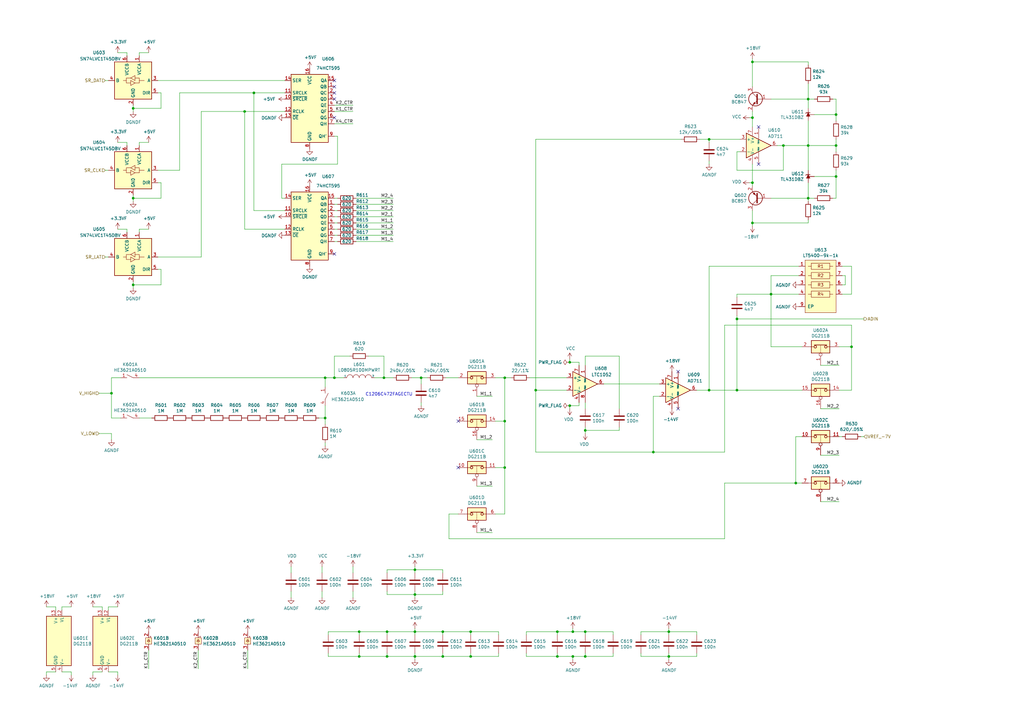
<source format=kicad_sch>
(kicad_sch (version 20231120) (generator "eeschema") (generator_version "8.0")
  (paper "A3")
  (junction (at 147.32 269.24))
  (junction (at 170.18 233.68))
  (junction (at 342.9 72.39))
  (junction (at 133.35 154.94))
  (junction (at 170.18 259.08))
  (junction (at 233.68 148.59))
  (junction (at 342.9 46.99))
  (junction (at 147.32 259.08))
  (junction (at 308.61 25.4))
  (junction (at 157.48 154.94))
  (junction (at 349.25 142.24))
  (junction (at 342.9 59.69))
  (junction (at 207.01 191.77))
  (junction (at 100.33 45.72))
  (junction (at 331.47 81.28))
  (junction (at 308.61 91.44))
  (junction (at 240.03 176.53))
  (junction (at 234.95 259.08))
  (junction (at 302.26 160.02))
  (junction (at 308.61 74.93))
  (junction (at 193.04 259.08))
  (junction (at 181.61 259.08))
  (junction (at 234.95 269.24))
  (junction (at 308.61 48.26))
  (junction (at 331.47 40.64))
  (junction (at 267.97 185.42))
  (junction (at 321.31 59.69))
  (junction (at 240.03 259.08))
  (junction (at 274.32 269.24))
  (junction (at 219.71 160.02))
  (junction (at 170.18 243.84))
  (junction (at 326.39 198.12))
  (junction (at 170.18 269.24))
  (junction (at 54.61 116.84))
  (junction (at 233.68 166.37))
  (junction (at 158.75 259.08))
  (junction (at 207.01 172.72))
  (junction (at 207.01 154.94))
  (junction (at 228.6 269.24))
  (junction (at 228.6 259.08))
  (junction (at 274.32 259.08))
  (junction (at 172.72 154.94))
  (junction (at 240.03 269.24))
  (junction (at 104.14 38.1))
  (junction (at 54.61 44.45))
  (junction (at 331.47 59.69))
  (junction (at 290.83 160.02))
  (junction (at 137.16 154.94))
  (junction (at 193.04 269.24))
  (junction (at 316.23 120.65))
  (junction (at 302.26 130.81))
  (junction (at 133.35 171.45))
  (junction (at 158.75 269.24))
  (junction (at 54.61 81.28))
  (junction (at 45.72 161.29))
  (junction (at 290.83 57.15))
  (junction (at 181.61 269.24))
  (no_connect (at 137.16 48.26))
  (no_connect (at 278.13 152.4))
  (no_connect (at 187.96 191.77))
  (no_connect (at 311.15 52.07))
  (no_connect (at 187.96 172.72))
  (no_connect (at 311.15 67.31))
  (no_connect (at 137.16 35.56))
  (no_connect (at 137.16 104.14))
  (no_connect (at 137.16 33.02))
  (no_connect (at 137.16 40.64))
  (no_connect (at 278.13 167.64))
  (no_connect (at 137.16 38.1))
  (wire (pts (xy 29.21 276.86) (xy 29.21 275.59)))
  (wire (pts (xy 170.18 259.08) (xy 181.61 259.08)))
  (wire (pts (xy 233.68 148.59) (xy 237.49 148.59)))
  (wire (pts (xy 240.03 167.64) (xy 240.03 165.1)))
  (wire (pts (xy 215.9 259.08) (xy 228.6 259.08)))
  (wire (pts (xy 331.47 49.53) (xy 331.47 59.69)))
  (wire (pts (xy 207.01 154.94) (xy 209.55 154.94)))
  (wire (pts (xy 147.32 267.97) (xy 147.32 269.24)))
  (wire (pts (xy 170.18 270.51) (xy 170.18 269.24)))
  (wire (pts (xy 228.6 269.24) (xy 215.9 269.24)))
  (wire (pts (xy 342.9 46.99) (xy 342.9 49.53)))
  (wire (pts (xy 57.15 171.45) (xy 62.23 171.45)))
  (wire (pts (xy 349.25 160.02) (xy 349.25 142.24)))
  (wire (pts (xy 100.33 93.98) (xy 100.33 45.72)))
  (wire (pts (xy 29.21 248.92) (xy 25.4 248.92)))
  (wire (pts (xy 193.04 260.35) (xy 193.04 259.08)))
  (wire (pts (xy 240.03 146.05) (xy 240.03 149.86)))
  (wire (pts (xy 29.21 275.59) (xy 25.4 275.59)))
  (wire (pts (xy 182.88 154.94) (xy 187.96 154.94)))
  (wire (pts (xy 66.04 116.84) (xy 66.04 110.49)))
  (wire (pts (xy 104.14 86.36) (xy 104.14 38.1)))
  (wire (pts (xy 207.01 154.94) (xy 203.2 154.94)))
  (wire (pts (xy 137.16 83.82) (xy 138.43 83.82)))
  (wire (pts (xy 345.44 116.84) (xy 346.71 116.84)))
  (wire (pts (xy 349.25 120.65) (xy 345.44 120.65)))
  (wire (pts (xy 331.47 81.28) (xy 331.47 74.93)))
  (wire (pts (xy 184.15 220.98) (xy 297.18 220.98)))
  (wire (pts (xy 57.15 22.86) (xy 57.15 21.59)))
  (wire (pts (xy 195.58 199.39) (xy 201.93 199.39)))
  (wire (pts (xy 302.26 62.23) (xy 302.26 69.85)))
  (wire (pts (xy 349.25 142.24) (xy 344.17 142.24)))
  (wire (pts (xy 119.38 234.95) (xy 119.38 232.41)))
  (wire (pts (xy 207.01 191.77) (xy 207.01 172.72)))
  (wire (pts (xy 168.91 154.94) (xy 172.72 154.94)))
  (wire (pts (xy 240.03 269.24) (xy 240.03 267.97)))
  (wire (pts (xy 137.16 96.52) (xy 138.43 96.52)))
  (wire (pts (xy 52.07 93.98) (xy 48.26 93.98)))
  (wire (pts (xy 116.84 93.98) (xy 100.33 93.98)))
  (wire (pts (xy 146.05 83.82) (xy 161.29 83.82)))
  (wire (pts (xy 328.93 198.12) (xy 326.39 198.12)))
  (wire (pts (xy 240.03 175.26) (xy 240.03 176.53)))
  (wire (pts (xy 308.61 67.31) (xy 308.61 74.93)))
  (wire (pts (xy 342.9 72.39) (xy 342.9 81.28)))
  (wire (pts (xy 326.39 179.07) (xy 328.93 179.07)))
  (wire (pts (xy 215.9 269.24) (xy 215.9 267.97)))
  (wire (pts (xy 170.18 233.68) (xy 181.61 233.68)))
  (wire (pts (xy 331.47 44.45) (xy 331.47 40.64)))
  (wire (pts (xy 267.97 162.56) (xy 267.97 185.42)))
  (wire (pts (xy 157.48 154.94) (xy 157.48 146.05)))
  (wire (pts (xy 157.48 146.05) (xy 151.13 146.05)))
  (wire (pts (xy 336.55 149.86) (xy 344.17 149.86)))
  (wire (pts (xy 207.01 172.72) (xy 207.01 154.94)))
  (wire (pts (xy 54.61 81.28) (xy 66.04 81.28)))
  (wire (pts (xy 170.18 260.35) (xy 170.18 259.08)))
  (wire (pts (xy 137.16 93.98) (xy 138.43 93.98)))
  (wire (pts (xy 254 176.53) (xy 254 175.26)))
  (wire (pts (xy 57.15 59.69) (xy 57.15 58.42)))
  (wire (pts (xy 19.05 276.86) (xy 19.05 275.59)))
  (wire (pts (xy 326.39 198.12) (xy 326.39 179.07)))
  (wire (pts (xy 234.95 257.81) (xy 234.95 259.08)))
  (wire (pts (xy 307.34 48.26) (xy 308.61 48.26)))
  (wire (pts (xy 297.18 198.12) (xy 326.39 198.12)))
  (wire (pts (xy 181.61 259.08) (xy 181.61 260.35)))
  (wire (pts (xy 232.41 154.94) (xy 217.17 154.94)))
  (wire (pts (xy 274.32 257.81) (xy 274.32 259.08)))
  (wire (pts (xy 203.2 191.77) (xy 207.01 191.77)))
  (wire (pts (xy 349.25 142.24) (xy 349.25 133.35)))
  (wire (pts (xy 158.75 260.35) (xy 158.75 259.08)))
  (wire (pts (xy 308.61 48.26) (xy 308.61 52.07)))
  (wire (pts (xy 133.35 181.61) (xy 133.35 182.88)))
  (wire (pts (xy 331.47 59.69) (xy 321.31 59.69)))
  (wire (pts (xy 181.61 243.84) (xy 181.61 242.57)))
  (wire (pts (xy 290.83 160.02) (xy 302.26 160.02)))
  (wire (pts (xy 331.47 34.29) (xy 331.47 40.64)))
  (wire (pts (xy 341.63 40.64) (xy 342.9 40.64)))
  (wire (pts (xy 240.03 260.35) (xy 240.03 259.08)))
  (wire (pts (xy 57.15 21.59) (xy 60.96 21.59)))
  (wire (pts (xy 73.66 69.85) (xy 73.66 38.1)))
  (wire (pts (xy 228.6 260.35) (xy 228.6 259.08)))
  (wire (pts (xy 130.81 171.45) (xy 133.35 171.45)))
  (wire (pts (xy 115.57 67.31) (xy 138.43 67.31)))
  (wire (pts (xy 237.49 166.37) (xy 237.49 165.1)))
  (wire (pts (xy 57.15 95.25) (xy 57.15 93.98)))
  (wire (pts (xy 327.66 109.22) (xy 290.83 109.22)))
  (wire (pts (xy 215.9 260.35) (xy 215.9 259.08)))
  (wire (pts (xy 308.61 35.56) (xy 308.61 25.4)))
  (wire (pts (xy 321.31 69.85) (xy 321.31 59.69)))
  (wire (pts (xy 262.89 269.24) (xy 274.32 269.24)))
  (wire (pts (xy 144.78 234.95) (xy 144.78 232.41)))
  (wire (pts (xy 342.9 69.85) (xy 342.9 72.39)))
  (wire (pts (xy 138.43 67.31) (xy 138.43 55.88)))
  (wire (pts (xy 170.18 232.41) (xy 170.18 233.68)))
  (wire (pts (xy 157.48 154.94) (xy 161.29 154.94)))
  (wire (pts (xy 336.55 186.69) (xy 344.17 186.69)))
  (wire (pts (xy 331.47 40.64) (xy 334.01 40.64)))
  (wire (pts (xy 45.72 171.45) (xy 45.72 161.29)))
  (wire (pts (xy 336.55 205.74) (xy 344.17 205.74)))
  (wire (pts (xy 308.61 24.13) (xy 308.61 25.4)))
  (wire (pts (xy 133.35 171.45) (xy 133.35 173.99)))
  (wire (pts (xy 316.23 120.65) (xy 302.26 120.65)))
  (wire (pts (xy 172.72 166.37) (xy 172.72 165.1)))
  (wire (pts (xy 240.03 269.24) (xy 234.95 269.24)))
  (wire (pts (xy 134.62 259.08) (xy 147.32 259.08)))
  (wire (pts (xy 54.61 44.45) (xy 66.04 44.45)))
  (wire (pts (xy 38.1 248.92) (xy 41.91 248.92)))
  (wire (pts (xy 247.65 157.48) (xy 270.51 157.48)))
  (wire (pts (xy 308.61 25.4) (xy 331.47 25.4)))
  (wire (pts (xy 54.61 116.84) (xy 54.61 118.11)))
  (wire (pts (xy 137.16 50.8) (xy 144.78 50.8)))
  (wire (pts (xy 54.61 80.01) (xy 54.61 81.28)))
  (wire (pts (xy 349.25 109.22) (xy 349.25 120.65)))
  (wire (pts (xy 45.72 154.94) (xy 49.53 154.94)))
  (wire (pts (xy 64.77 33.02) (xy 116.84 33.02)))
  (wire (pts (xy 52.07 59.69) (xy 52.07 58.42)))
  (wire (pts (xy 116.84 81.28) (xy 115.57 81.28)))
  (wire (pts (xy 158.75 269.24) (xy 170.18 269.24)))
  (wire (pts (xy 308.61 74.93) (xy 308.61 76.2)))
  (wire (pts (xy 193.04 269.24) (xy 193.04 267.97)))
  (wire (pts (xy 285.75 269.24) (xy 274.32 269.24)))
  (wire (pts (xy 302.26 69.85) (xy 321.31 69.85)))
  (wire (pts (xy 327.66 120.65) (xy 316.23 120.65)))
  (wire (pts (xy 158.75 243.84) (xy 170.18 243.84)))
  (wire (pts (xy 237.49 148.59) (xy 237.49 149.86)))
  (wire (pts (xy 219.71 57.15) (xy 279.4 57.15)))
  (wire (pts (xy 251.46 267.97) (xy 251.46 269.24)))
  (wire (pts (xy 54.61 43.18) (xy 54.61 44.45)))
  (wire (pts (xy 297.18 185.42) (xy 297.18 133.35)))
  (wire (pts (xy 45.72 177.8) (xy 40.64 177.8)))
  (wire (pts (xy 170.18 242.57) (xy 170.18 243.84)))
  (wire (pts (xy 331.47 91.44) (xy 308.61 91.44)))
  (wire (pts (xy 143.51 146.05) (xy 137.16 146.05)))
  (wire (pts (xy 316.23 40.64) (xy 331.47 40.64)))
  (wire (pts (xy 181.61 233.68) (xy 181.61 234.95)))
  (wire (pts (xy 137.16 45.72) (xy 144.78 45.72)))
  (wire (pts (xy 48.26 276.86) (xy 48.26 275.59)))
  (wire (pts (xy 267.97 185.42) (xy 297.18 185.42)))
  (wire (pts (xy 137.16 154.94) (xy 133.35 154.94)))
  (wire (pts (xy 170.18 233.68) (xy 170.18 234.95)))
  (wire (pts (xy 331.47 90.17) (xy 331.47 91.44)))
  (wire (pts (xy 19.05 248.92) (xy 22.86 248.92)))
  (wire (pts (xy 232.41 160.02) (xy 219.71 160.02)))
  (wire (pts (xy 137.16 146.05) (xy 137.16 154.94)))
  (wire (pts (xy 308.61 91.44) (xy 308.61 86.36)))
  (wire (pts (xy 234.95 270.51) (xy 234.95 269.24)))
  (wire (pts (xy 316.23 142.24) (xy 316.23 120.65)))
  (wire (pts (xy 302.26 130.81) (xy 302.26 160.02)))
  (wire (pts (xy 45.72 161.29) (xy 45.72 154.94)))
  (wire (pts (xy 308.61 45.72) (xy 308.61 48.26)))
  (wire (pts (xy 48.26 248.92) (xy 44.45 248.92)))
  (wire (pts (xy 240.03 177.8) (xy 240.03 176.53)))
  (wire (pts (xy 328.93 160.02) (xy 302.26 160.02)))
  (wire (pts (xy 54.61 115.57) (xy 54.61 116.84)))
  (wire (pts (xy 297.18 220.98) (xy 297.18 198.12)))
  (wire (pts (xy 134.62 267.97) (xy 134.62 269.24)))
  (wire (pts (xy 336.55 167.64) (xy 344.17 167.64)))
  (wire (pts (xy 181.61 269.24) (xy 181.61 267.97)))
  (wire (pts (xy 54.61 116.84) (xy 66.04 116.84)))
  (wire (pts (xy 158.75 267.97) (xy 158.75 269.24)))
  (wire (pts (xy 290.83 67.31) (xy 290.83 66.04)))
  (wire (pts (xy 302.26 130.81) (xy 354.33 130.81)))
  (wire (pts (xy 43.18 33.02) (xy 44.45 33.02)))
  (wire (pts (xy 115.57 81.28) (xy 115.57 67.31)))
  (wire (pts (xy 321.31 59.69) (xy 318.77 59.69)))
  (wire (pts (xy 52.07 95.25) (xy 52.07 93.98)))
  (wire (pts (xy 25.4 248.92) (xy 25.4 250.19)))
  (wire (pts (xy 240.03 176.53) (xy 254 176.53)))
  (wire (pts (xy 233.68 147.32) (xy 233.68 148.59)))
  (wire (pts (xy 274.32 260.35) (xy 274.32 259.08)))
  (wire (pts (xy 66.04 74.93) (xy 64.77 74.93)))
  (wire (pts (xy 57.15 154.94) (xy 133.35 154.94)))
  (wire (pts (xy 45.72 180.34) (xy 45.72 177.8)))
  (wire (pts (xy 331.47 69.85) (xy 331.47 59.69)))
  (wire (pts (xy 158.75 234.95) (xy 158.75 233.68)))
  (wire (pts (xy 193.04 269.24) (xy 181.61 269.24)))
  (wire (pts (xy 100.33 45.72) (xy 116.84 45.72)))
  (wire (pts (xy 137.16 88.9) (xy 138.43 88.9)))
  (wire (pts (xy 346.71 113.03) (xy 345.44 113.03)))
  (wire (pts (xy 137.16 154.94) (xy 140.97 154.94)))
  (wire (pts (xy 203.2 172.72) (xy 207.01 172.72)))
  (wire (pts (xy 66.04 44.45) (xy 66.04 38.1)))
  (wire (pts (xy 132.08 245.11) (xy 132.08 242.57)))
  (wire (pts (xy 285.75 267.97) (xy 285.75 269.24)))
  (wire (pts (xy 49.53 171.45) (xy 45.72 171.45)))
  (wire (pts (xy 219.71 160.02) (xy 219.71 57.15)))
  (wire (pts (xy 285.75 160.02) (xy 290.83 160.02)))
  (wire (pts (xy 52.07 22.86) (xy 52.07 21.59)))
  (wire (pts (xy 52.07 21.59) (xy 48.26 21.59)))
  (wire (pts (xy 303.53 57.15) (xy 290.83 57.15)))
  (wire (pts (xy 181.61 259.08) (xy 193.04 259.08)))
  (wire (pts (xy 44.45 248.92) (xy 44.45 250.19)))
  (wire (pts (xy 101.6 266.7) (xy 101.6 274.32)))
  (wire (pts (xy 146.05 99.06) (xy 161.29 99.06)))
  (wire (pts (xy 147.32 260.35) (xy 147.32 259.08)))
  (wire (pts (xy 262.89 269.24) (xy 262.89 267.97)))
  (wire (pts (xy 158.75 233.68) (xy 170.18 233.68)))
  (wire (pts (xy 52.07 58.42) (xy 48.26 58.42)))
  (wire (pts (xy 147.32 259.08) (xy 158.75 259.08)))
  (wire (pts (xy 82.55 105.41) (xy 82.55 45.72)))
  (wire (pts (xy 22.86 248.92) (xy 22.86 250.19)))
  (wire (pts (xy 302.26 130.81) (xy 302.26 129.54)))
  (wire (pts (xy 132.08 234.95) (xy 132.08 232.41)))
  (wire (pts (xy 19.05 275.59) (xy 22.86 275.59)))
  (wire (pts (xy 334.01 81.28) (xy 331.47 81.28)))
  (wire (pts (xy 170.18 257.81) (xy 170.18 259.08)))
  (wire (pts (xy 170.18 269.24) (xy 181.61 269.24)))
  (wire (pts (xy 344.17 160.02) (xy 349.25 160.02)))
  (wire (pts (xy 146.05 93.98) (xy 161.29 93.98)))
  (wire (pts (xy 331.47 59.69) (xy 342.9 59.69)))
  (wire (pts (xy 204.47 269.24) (xy 193.04 269.24)))
  (wire (pts (xy 219.71 160.02) (xy 219.71 185.42)))
  (wire (pts (xy 270.51 162.56) (xy 267.97 162.56)))
  (wire (pts (xy 204.47 259.08) (xy 204.47 260.35)))
  (wire (pts (xy 345.44 109.22) (xy 349.25 109.22)))
  (wire (pts (xy 195.58 180.34) (xy 201.93 180.34)))
  (wire (pts (xy 228.6 259.08) (xy 234.95 259.08)))
  (wire (pts (xy 170.18 267.97) (xy 170.18 269.24)))
  (wire (pts (xy 82.55 45.72) (xy 100.33 45.72)))
  (wire (pts (xy 170.18 245.11) (xy 170.18 243.84)))
  (wire (pts (xy 45.72 161.29) (xy 40.64 161.29)))
  (wire (pts (xy 287.02 57.15) (xy 290.83 57.15)))
  (wire (pts (xy 144.78 245.11) (xy 144.78 242.57)))
  (wire (pts (xy 172.72 154.94) (xy 175.26 154.94)))
  (wire (pts (xy 134.62 269.24) (xy 147.32 269.24)))
  (wire (pts (xy 133.35 158.75) (xy 133.35 154.94)))
  (wire (pts (xy 146.05 86.36) (xy 161.29 86.36)))
  (wire (pts (xy 234.95 259.08) (xy 240.03 259.08)))
  (wire (pts (xy 334.01 72.39) (xy 342.9 72.39)))
  (wire (pts (xy 303.53 62.23) (xy 302.26 62.23)))
  (wire (pts (xy 66.04 81.28) (xy 66.04 74.93)))
  (wire (pts (xy 43.18 69.85) (xy 44.45 69.85)))
  (wire (pts (xy 48.26 275.59) (xy 44.45 275.59)))
  (wire (pts (xy 274.32 270.51) (xy 274.32 269.24)))
  (wire (pts (xy 262.89 260.35) (xy 262.89 259.08)))
  (wire (pts (xy 203.2 210.82) (xy 207.01 210.82)))
  (wire (pts (xy 331.47 25.4) (xy 331.47 26.67)))
  (wire (pts (xy 153.67 154.94) (xy 157.48 154.94)))
  (wire (pts (xy 342.9 81.28) (xy 341.63 81.28)))
  (wire (pts (xy 146.05 88.9) (xy 161.29 88.9)))
  (wire (pts (xy 207.01 210.82) (xy 207.01 191.77)))
  (wire (pts (xy 172.72 157.48) (xy 172.72 154.94)))
  (wire (pts (xy 147.32 269.24) (xy 158.75 269.24)))
  (wire (pts (xy 104.14 38.1) (xy 116.84 38.1)))
  (wire (pts (xy 302.26 120.65) (xy 302.26 121.92)))
  (wire (pts (xy 240.03 259.08) (xy 251.46 259.08)))
  (wire (pts (xy 254 146.05) (xy 240.03 146.05)))
  (wire (pts (xy 316.23 81.28) (xy 331.47 81.28)))
  (wire (pts (xy 38.1 276.86) (xy 38.1 275.59)))
  (wire (pts (xy 344.17 179.07) (xy 345.44 179.07)))
  (wire (pts (xy 38.1 275.59) (xy 41.91 275.59)))
  (wire (pts (xy 116.84 86.36) (xy 104.14 86.36)))
  (wire (pts (xy 137.16 91.44) (xy 138.43 91.44)))
  (wire (pts (xy 234.95 269.24) (xy 228.6 269.24)))
  (wire (pts (xy 133.35 171.45) (xy 133.35 166.37)))
  (wire (pts (xy 137.16 81.28) (xy 138.43 81.28)))
  (wire (pts (xy 353.06 179.07) (xy 354.33 179.07)))
  (wire (pts (xy 66.04 110.49) (xy 64.77 110.49)))
  (wire (pts (xy 290.83 109.22) (xy 290.83 160.02)))
  (wire (pts (xy 307.34 74.93) (xy 308.61 74.93)))
  (wire (pts (xy 349.25 133.35) (xy 297.18 133.35)))
  (wire (pts (xy 285.75 259.08) (xy 285.75 260.35)))
  (wire (pts (xy 73.66 38.1) (xy 104.14 38.1)))
  (wire (pts (xy 342.9 57.15) (xy 342.9 59.69)))
  (wire (pts (xy 316.23 120.65) (xy 316.23 113.03)))
  (wire (pts (xy 316.23 113.03) (xy 327.66 113.03)))
  (wire (pts (xy 346.71 116.84) (xy 346.71 113.03)))
  (wire (pts (xy 138.43 55.88) (xy 137.16 55.88)))
  (wire (pts (xy 119.38 245.11) (xy 119.38 242.57)))
  (wire (pts (xy 331.47 81.28) (xy 331.47 82.55)))
  (wire (pts (xy 219.71 185.42) (xy 267.97 185.42)))
  (wire (pts (xy 254 167.64) (xy 254 146.05)))
  (wire (pts (xy 274.32 269.24) (xy 274.32 267.97)))
  (wire (pts (xy 66.04 38.1) (xy 64.77 38.1)))
  (wire (pts (xy 158.75 259.08) (xy 170.18 259.08)))
  (wire (pts (xy 54.61 81.28) (xy 54.61 82.55)))
  (wire (pts (xy 228.6 269.24) (xy 228.6 267.97)))
  (wire (pts (xy 193.04 259.08) (xy 204.47 259.08)))
  (wire (pts (xy 137.16 43.18) (xy 144.78 43.18)))
  (wire (pts (xy 262.89 259.08) (xy 274.32 259.08)))
  (wire (pts (xy 251.46 259.08) (xy 251.46 260.35)))
  (wire (pts (xy 57.15 93.98) (xy 60.96 93.98)))
  (wire (pts (xy 290.83 57.15) (xy 290.83 58.42)))
  (wire (pts (xy 81.28 266.7) (xy 81.28 274.32)))
  (wire (pts (xy 251.46 269.24) (xy 240.03 269.24)))
  (wire (pts (xy 233.68 166.37) (xy 237.49 166.37)))
  (wire (pts (xy 54.61 44.45) (xy 54.61 45.72)))
  (wire (pts (xy 137.16 86.36) (xy 138.43 86.36)))
  (wire (pts (xy 146.05 91.44) (xy 161.29 91.44)))
  (wire (pts (xy 195.58 162.56) (xy 201.93 162.56)))
  (wire (pts (xy 342.9 59.69) (xy 342.9 62.23)))
  (wire (pts (xy 146.05 96.52) (xy 161.29 96.52)))
  (wire (pts (xy 146.05 81.28) (xy 161.29 81.28)))
  (wire (pts (xy 170.18 243.84) (xy 181.61 243.84)))
  (wire (pts (xy 308.61 92.71) (xy 308.61 91.44)))
  (wire (pts (xy 334.01 46.99) (xy 342.9 46.99)))
  (wire (pts (xy 274.32 259.08) (xy 285.75 259.08)))
  (wire (pts (xy 328.93 142.24) (xy 316.23 142.24)))
  (wire (pts (xy 158.75 242.57) (xy 158.75 243.84)))
  (wire (pts (xy 137.16 99.06) (xy 138.43 99.06)))
  (wire (pts (xy 57.15 58.42) (xy 60.96 58.42)))
  (wire (pts (xy 187.96 210.82) (xy 184.15 210.82)))
  (wire (pts (xy 64.77 105.41) (xy 82.55 105.41)))
  (wire (pts (xy 64.77 69.85) (xy 73.66 69.85)))
  (wire (pts (xy 60.96 266.7) (xy 60.96 274.32)))
  (wire (pts (xy 233.68 167.64) (xy 233.68 166.37)))
  (wire (pts (xy 204.47 269.24) (xy 204.47 267.97)))
  (wire (pts (xy 41.91 248.92) (xy 41.91 250.19)))
  (wire (pts (xy 195.58 218.44) (xy 201.93 218.44)))
  (wire (pts (xy 184.15 210.82) (xy 184.15 220.98)))
  (wire (pts (xy 134.62 259.08) (xy 134.62 260.35)))
  (wire (pts (xy 43.18 105.41) (xy 44.45 105.41)))
  (wire (pts (xy 342.9 40.64) (xy 342.9 46.99)))
  (text "C1206C472FAGECTU" (at 149.86 162.56 0) (effects (font (size 1.27 1.27)) (justify left bottom)))
  (label "M1_2" (at 161.29 93.98 180))
  (label "K4_CTR" (at 101.6 274.32 90))
  (label "K1_CTR" (at 144.78 45.72 180))
  (label "M1_1" (at 201.93 162.56 180))
  (label "K1_CTR" (at 60.96 274.32 90))
  (label "K2_CTR" (at 144.78 43.18 180))
  (label "M2_2" (at 161.29 86.36 180))
  (label "K2_CTR" (at 81.28 274.32 90))
  (label "M1_4" (at 201.93 218.44 180))
  (label "M1_2" (at 201.93 180.34 180))
  (label "M2_1" (at 161.29 88.9 180))
  (label "M2_2" (at 344.17 167.64 180))
  (label "M2_4" (at 161.29 81.28 180))
  (label "M2_1" (at 344.17 149.86 180))
  (label "K4_CTR" (at 144.78 50.8 180))
  (label "M1_1" (at 161.29 91.44 180))
  (label "M2_3" (at 344.17 186.69 180))
  (label "M2_4" (at 344.17 205.74 180))
  (label "M2_3" (at 161.29 83.82 180))
  (label "M1_3" (at 161.29 96.52 180))
  (label "M1_3" (at 201.93 199.39 180))
  (label "M1_4" (at 161.29 99.06 180))
  (hierarchical_label "SR_CLK" (shape input) (at 43.18 69.85 180))
  (hierarchical_label "V_HIGH" (shape input) (at 40.64 161.29 180))
  (hierarchical_label "ADIN" (shape output) (at 354.33 130.81 0))
  (hierarchical_label "SR_DAT" (shape input) (at 43.18 33.02 180))
  (hierarchical_label "SR_LAT" (shape input) (at 43.18 105.41 180))
  (hierarchical_label "VREF_-7V" (shape input) (at 354.33 179.07 0))
  (hierarchical_label "V_LOW" (shape input) (at 40.64 177.8 180))
  (symbol (lib_id "ADC_TEST:+18VF") (at 19.05 248.92 0) (unit 1)
    (property "Reference" "#PWR0601" (effects (hide yes)))
    (property "Value" "+18VF" (at 19.431 244.5258 0))
  )
  (symbol (lib_id "ADC_TEST:-14VF") (at 29.21 276.86 180) (unit 1)
    (property "Reference" "#PWR0604" (effects (hide yes)))
    (property "Value" "-14VF" (at 28.829 281.2542 0))
  )
  (symbol (lib_id "ADC_TEST:DGNDF") (at 54.61 45.72 0) (unit 1)
    (property "Reference" "#PWR0613" (effects (hide yes)))
    (property "Value" "DGNDF" (at 54.737 50.1142 0))
  )
  (symbol (lib_id "ADC_TEST:+5VF") (at 60.96 21.59 0) (unit 1)
    (property "Reference" "#PWR0616" (effects (hide yes)))
    (property "Value" "+5VF" (at 61.341 17.1958 0))
  )
  (symbol (lib_id "Logic_LevelTranslator:SN74LVC1T45DBV") (at 54.61 33.02 0) (mirror y) (unit 1)
    (property "Reference" "U603" (at 43.18 21.59 0) (effects (justify left)))
    (property "Value" "SN74LVC1T45DBV" (at 49.53 24.13 0) (effects (justify left)))
    (property "Footprint" "Package_TO_SOT_SMD:SOT-23-6" (effects (hide yes)))
    (property "Datasheet" "http://www.ti.com/lit/ds/symlink/sn74lvc1t45.pdf" (effects (hide yes)))
  )
  (symbol (lib_id "ADC_TEST:+18VF") (at 38.1 248.92 0) (unit 1)
    (property "Reference" "#PWR0605" (effects (hide yes)))
    (property "Value" "+18VF" (at 38.481 244.5258 0))
  )
  (symbol (lib_id "ADC_TEST:-14VF") (at 48.26 276.86 180) (unit 1)
    (property "Reference" "#PWR0612" (effects (hide yes)))
    (property "Value" "-14VF" (at 47.879 281.2542 0))
  )
  (symbol (lib_id "ADC_TEST:AD711") (at 278.13 160.02 0) (unit 1)
    (property "Reference" "U609" (at 281.94 153.67 0) (effects (justify left)))
    (property "Value" "AD711" (at 281.94 156.21 0) (effects (justify left)))
    (property "Footprint" "Package_SO:SOIC-8_3.9x4.9mm_P1.27mm" (effects (hide yes)))
  )
  (symbol (lib_id "ADC_TEST:+3.3VF") (at 48.26 93.98 0) (unit 1)
    (property "Reference" "#PWR0610" (effects (hide yes)))
    (property "Value" "+3.3VF" (at 48.641 89.5858 0))
  )
  (symbol (lib_id "ADC_TEST:+3.3VF") (at 48.26 58.42 0) (unit 1)
    (property "Reference" "#PWR0609" (effects (hide yes)))
    (property "Value" "+3.3VF" (at 48.641 54.0258 0))
  )
  (symbol (lib_id "ADC_TEST:+3.3VF") (at 48.26 21.59 0) (unit 1)
    (property "Reference" "#PWR0608" (effects (hide yes)))
    (property "Value" "+3.3VF" (at 48.641 17.1958 0))
  )
  (symbol (lib_id "ADC_TEST:DGNDF") (at 170.18 245.11 0) (unit 1)
    (property "Reference" "#PWR0638" (effects (hide yes)))
    (property "Value" "DGNDF" (at 170.307 249.5042 0))
  )
  (symbol (lib_id "ADC_TEST:AGNDF") (at 19.05 276.86 0) (unit 1)
    (property "Reference" "#PWR0602" (effects (hide yes)))
    (property "Value" "AGNDF" (at 19.177 281.2542 0))
  )
  (symbol (lib_id "ADC_TEST:+3.3VF") (at 170.18 232.41 0) (unit 1)
    (property "Reference" "#PWR0637" (effects (hide yes)))
    (property "Value" "+3.3VF" (at 170.561 228.0158 0))
  )
  (symbol (lib_id "ADC_TEST:AD711") (at 311.15 59.69 0) (unit 1)
    (property "Reference" "U610" (at 314.96 53.34 0) (effects (justify left)))
    (property "Value" "AD711" (at 314.96 55.88 0) (effects (justify left)))
    (property "Footprint" "Package_SO:SOIC-8_3.9x4.9mm_P1.27mm" (effects (hide yes)))
  )
  (symbol (lib_id "ADC_TEST:AGNDF") (at 38.1 276.86 0) (unit 1)
    (property "Reference" "#PWR0606" (effects (hide yes)))
    (property "Value" "AGNDF" (at 38.227 281.2542 0))
  )
  (symbol (lib_id "Transistor_BJT:BC847") (at 311.15 40.64 0) (mirror y) (unit 1)
    (property "Reference" "Q601" (at 306.2986 39.4716 0) (effects (justify left)))
    (property "Value" "BC847" (at 306.2986 41.783 0) (effects (justify left)))
    (property "Footprint" "Package_TO_SOT_SMD:SOT-23" (effects (hide yes)))
    (property "Datasheet" "http://www.infineon.com/dgdl/Infineon-BC847SERIES_BC848SERIES_BC849SERIES_BC850SERIES-DS-v01_01-en.pdf?fileId=db3a304314dca389011541d4630a1657" (effects (hide yes)))
  )
  (symbol (lib_id "Transistor_BJT:BC857") (at 311.15 81.28 180) (unit 1)
    (property "Reference" "Q602" (at 306.2986 80.1116 0) (effects (justify left)))
    (property "Value" "BC857" (at 306.2986 82.423 0) (effects (justify left)))
    (property "Footprint" "Package_TO_SOT_SMD:SOT-23" (effects (hide yes)))
    (property "Datasheet" "http://www.fairchildsemi.com/ds/BC/BC856.pdf" (effects (hide yes)))
  )
  (symbol (lib_id "ADC_TEST:+5VF") (at 29.21 248.92 0) (unit 1)
    (property "Reference" "#PWR0603" (effects (hide yes)))
    (property "Value" "+5VF" (at 29.591 244.5258 0))
  )
  (symbol (lib_id "ADC_TEST:+5VF") (at 48.26 248.92 0) (unit 1)
    (property "Reference" "#PWR0611" (effects (hide yes)))
    (property "Value" "+5VF" (at 48.641 244.5258 0))
  )
  (symbol (lib_id "Device:R") (at 142.24 91.44 270) (unit 1)
    (property "Reference" "R615" (at 148.59 90.17 90))
    (property "Value" "620" (at 142.24 91.44 90))
    (property "Footprint" "Resistor_SMD:R_0603_1608Metric_Pad1.05x0.95mm_HandSolder" (effects (hide yes)))
  )
  (symbol (lib_id "Device:R") (at 142.24 93.98 270) (unit 1)
    (property "Reference" "R616" (at 148.59 92.71 90))
    (property "Value" "620" (at 142.24 93.98 90))
    (property "Footprint" "Resistor_SMD:R_0603_1608Metric_Pad1.05x0.95mm_HandSolder" (effects (hide yes)))
  )
  (symbol (lib_id "Device:R") (at 142.24 96.52 270) (unit 1)
    (property "Reference" "R617" (at 148.59 95.25 90))
    (property "Value" "620" (at 142.24 96.52 90))
    (property "Footprint" "Resistor_SMD:R_0603_1608Metric_Pad1.05x0.95mm_HandSolder" (effects (hide yes)))
  )
  (symbol (lib_id "Device:R") (at 142.24 99.06 270) (unit 1)
    (property "Reference" "R618" (at 148.59 97.79 90))
    (property "Value" "620" (at 142.24 99.06 90))
    (property "Footprint" "Resistor_SMD:R_0603_1608Metric_Pad1.05x0.95mm_HandSolder" (effects (hide yes)))
  )
  (symbol (lib_id "Device:R") (at 142.24 88.9 270) (unit 1)
    (property "Reference" "R614" (at 148.59 87.63 90))
    (property "Value" "620" (at 142.24 88.9 90))
    (property "Footprint" "Resistor_SMD:R_0603_1608Metric_Pad1.05x0.95mm_HandSolder" (effects (hide yes)))
  )
  (symbol (lib_id "Device:R") (at 142.24 86.36 270) (unit 1)
    (property "Reference" "R613" (at 148.59 85.09 90))
    (property "Value" "620" (at 142.24 86.36 90))
    (property "Footprint" "Resistor_SMD:R_0603_1608Metric_Pad1.05x0.95mm_HandSolder" (effects (hide yes)))
  )
  (symbol (lib_id "Device:R") (at 142.24 83.82 270) (unit 1)
    (property "Reference" "R612" (at 148.59 82.55 90))
    (property "Value" "620" (at 142.24 83.82 90))
    (property "Footprint" "Resistor_SMD:R_0603_1608Metric_Pad1.05x0.95mm_HandSolder" (effects (hide yes)))
  )
  (symbol (lib_id "Device:R") (at 142.24 81.28 270) (unit 1)
    (property "Reference" "R611" (at 148.59 80.01 90))
    (property "Value" "620" (at 142.24 81.28 90))
    (property "Footprint" "Resistor_SMD:R_0603_1608Metric_Pad1.05x0.95mm_HandSolder" (effects (hide yes)))
  )
  (symbol (lib_id "ADC_TEST:DGNDF") (at 54.61 118.11 0) (unit 1)
    (property "Reference" "#PWR0615" (effects (hide yes)))
    (property "Value" "DGNDF" (at 54.737 122.5042 0))
  )
  (symbol (lib_id "ADC_TEST:+5VF") (at 60.96 93.98 0) (unit 1)
    (property "Reference" "#PWR0618" (effects (hide yes)))
    (property "Value" "+5VF" (at 61.341 89.5858 0))
  )
  (symbol (lib_id "Logic_LevelTranslator:SN74LVC1T45DBV") (at 54.61 105.41 0) (mirror y) (unit 1)
    (property "Reference" "U605" (at 43.18 93.98 0) (effects (justify left)))
    (property "Value" "SN74LVC1T45DBV" (at 49.53 96.52 0) (effects (justify left)))
    (property "Footprint" "Package_TO_SOT_SMD:SOT-23-6" (effects (hide yes)))
    (property "Datasheet" "http://www.ti.com/lit/ds/symlink/sn74lvc1t45.pdf" (effects (hide yes)))
  )
  (symbol (lib_id "ADC_TEST:DGNDF") (at 54.61 82.55 0) (unit 1)
    (property "Reference" "#PWR0614" (effects (hide yes)))
    (property "Value" "DGNDF" (at 54.737 86.9442 0))
  )
  (symbol (lib_id "ADC_TEST:+5VF") (at 60.96 58.42 0) (unit 1)
    (property "Reference" "#PWR0617" (effects (hide yes)))
    (property "Value" "+5VF" (at 61.341 54.0258 0))
  )
  (symbol (lib_id "Logic_LevelTranslator:SN74LVC1T45DBV") (at 54.61 69.85 0) (mirror y) (unit 1)
    (property "Reference" "U604" (at 43.18 58.42 0) (effects (justify left)))
    (property "Value" "SN74LVC1T45DBV" (at 49.53 60.96 0) (effects (justify left)))
    (property "Footprint" "Package_TO_SOT_SMD:SOT-23-6" (effects (hide yes)))
    (property "Datasheet" "http://www.ti.com/lit/ds/symlink/sn74lvc1t45.pdf" (effects (hide yes)))
  )
  (symbol (lib_id "Device:C") (at 193.04 264.16 0) (unit 1)
    (property "Reference" "C613" (at 195.961 262.9916 0) (effects (justify left)))
    (property "Value" "100n" (at 195.961 265.303 0) (effects (justify left)))
    (property "Footprint" "Capacitor_SMD:C_0603_1608Metric_Pad1.05x0.95mm_HandSolder" (effects (hide yes)))
  )
  (symbol (lib_id "Device:C") (at 204.47 264.16 0) (unit 1)
    (property "Reference" "C614" (at 207.391 262.9916 0) (effects (justify left)))
    (property "Value" "100n" (at 207.391 265.303 0) (effects (justify left)))
    (property "Footprint" "Capacitor_SMD:C_0603_1608Metric_Pad1.05x0.95mm_HandSolder" (effects (hide yes)))
  )
  (symbol (lib_id "Device:C") (at 158.75 238.76 0) (unit 1)
    (property "Reference" "C606" (at 161.671 237.5916 0) (effects (justify left)))
    (property "Value" "100n" (at 161.671 239.903 0) (effects (justify left)))
    (property "Footprint" "Capacitor_SMD:C_0603_1608Metric_Pad1.05x0.95mm_HandSolder" (effects (hide yes)))
  )
  (symbol (lib_id "Device:C") (at 170.18 238.76 0) (unit 1)
    (property "Reference" "C608" (at 173.101 237.5916 0) (effects (justify left)))
    (property "Value" "100n" (at 173.101 239.903 0) (effects (justify left)))
    (property "Footprint" "Capacitor_SMD:C_0603_1608Metric_Pad1.05x0.95mm_HandSolder" (effects (hide yes)))
  )
  (symbol (lib_id "Device:C") (at 181.61 238.76 0) (unit 1)
    (property "Reference" "C611" (at 184.531 237.5916 0) (effects (justify left)))
    (property "Value" "100n" (at 184.531 239.903 0) (effects (justify left)))
    (property "Footprint" "Capacitor_SMD:C_0603_1608Metric_Pad1.05x0.95mm_HandSolder" (effects (hide yes)))
  )
  (symbol (lib_id "power:PWR_FLAG") (at 233.68 148.59 90) (unit 1)
    (property "Reference" "#FLG0601" (effects (hide yes)))
    (property "Value" "PWR_FLAG" (at 230.4542 148.59 90) (effects (justify left)))
  )
  (symbol (lib_id "power:PWR_FLAG") (at 233.68 166.37 90) (unit 1)
    (property "Reference" "#FLG0602" (effects (hide yes)))
    (property "Value" "PWR_FLAG" (at 230.4542 166.37 90) (effects (justify left)))
  )
  (symbol (lib_id "74xx:74HCT595") (at 127 43.18 0) (unit 1)
    (property "Reference" "U606" (at 134.62 24.13 0))
    (property "Value" "74HCT595" (at 134.62 27.94 0))
    (property "Footprint" "Package_SO:TSSOP-16_4.4x5mm_P0.65mm" (effects (hide yes)))
    (property "Datasheet" "https://assets.nexperia.com/documents/data-sheet/74HC_HCT595.pdf" (effects (hide yes)))
  )
  (symbol (lib_id "ADC_TEST:DGNDF") (at 116.84 48.26 270) (unit 1)
    (property "Reference" "#PWR0623" (effects (hide yes)))
    (property "Value" "DGNDF" (at 113.6142 48.387 90) (effects (justify right)))
  )
  (symbol (lib_id "ADC_TEST:+5VF") (at 127 27.94 0) (unit 1)
    (property "Reference" "#PWR0628" (effects (hide yes)))
    (property "Value" "+5VF" (at 127.381 23.5458 0))
  )
  (symbol (lib_id "ADC_TEST:+5VF") (at 116.84 40.64 90) (unit 1)
    (property "Reference" "#PWR0622" (effects (hide yes)))
    (property "Value" "+5VF" (at 113.03 40.64 90) (effects (justify left)))
  )
  (symbol (lib_id "ADC_TEST:DGNDF") (at 127 60.96 0) (unit 1)
    (property "Reference" "#PWR0629" (effects (hide yes)))
    (property "Value" "DGNDF" (at 127.127 65.3542 0))
  )
  (symbol (lib_id "74xx:74HCT595") (at 127 91.44 0) (unit 1)
    (property "Reference" "U607" (at 134.62 72.39 0))
    (property "Value" "74HCT595" (at 134.62 76.2 0))
    (property "Footprint" "Package_SO:TSSOP-16_4.4x5mm_P0.65mm" (effects (hide yes)))
    (property "Datasheet" "https://assets.nexperia.com/documents/data-sheet/74HC_HCT595.pdf" (effects (hide yes)))
  )
  (symbol (lib_id "ADC_TEST:DGNDF") (at 116.84 96.52 270) (unit 1)
    (property "Reference" "#PWR0625" (effects (hide yes)))
    (property "Value" "DGNDF" (at 113.6142 96.647 90) (effects (justify right)))
  )
  (symbol (lib_id "ADC_TEST:+5VF") (at 127 76.2 0) (unit 1)
    (property "Reference" "#PWR0630" (effects (hide yes)))
    (property "Value" "+5VF" (at 127.381 71.8058 0))
  )
  (symbol (lib_id "ADC_TEST:+5VF") (at 116.84 88.9 90) (unit 1)
    (property "Reference" "#PWR0624" (effects (hide yes)))
    (property "Value" "+5VF" (at 113.03 88.9 90) (effects (justify left)))
  )
  (symbol (lib_id "ADC_TEST:DGNDF") (at 127 109.22 0) (unit 1)
    (property "Reference" "#PWR0631" (effects (hide yes)))
    (property "Value" "DGNDF" (at 127.127 113.6142 0))
  )
  (symbol (lib_id "Device:C") (at 134.62 264.16 0) (unit 1)
    (property "Reference" "C603" (at 137.541 262.9916 0) (effects (justify left)))
    (property "Value" "100n" (at 137.541 265.303 0) (effects (justify left)))
    (property "Footprint" "Capacitor_SMD:C_0603_1608Metric_Pad1.05x0.95mm_HandSolder" (effects (hide yes)))
  )
  (symbol (lib_id "ADC_TEST:+5VF") (at 170.18 257.81 0) (unit 1)
    (property "Reference" "#PWR0639" (effects (hide yes)))
    (property "Value" "+5VF" (at 170.561 253.4158 0))
  )
  (symbol (lib_id "Device:C") (at 147.32 264.16 0) (unit 1)
    (property "Reference" "C605" (at 150.241 262.9916 0) (effects (justify left)))
    (property "Value" "100n" (at 150.241 265.303 0) (effects (justify left)))
    (property "Footprint" "Capacitor_SMD:C_0603_1608Metric_Pad1.05x0.95mm_HandSolder" (effects (hide yes)))
  )
  (symbol (lib_id "Device:C") (at 158.75 264.16 0) (unit 1)
    (property "Reference" "C607" (at 161.671 262.9916 0) (effects (justify left)))
    (property "Value" "100n" (at 161.671 265.303 0) (effects (justify left)))
    (property "Footprint" "Capacitor_SMD:C_0603_1608Metric_Pad1.05x0.95mm_HandSolder" (effects (hide yes)))
  )
  (symbol (lib_id "Device:C") (at 170.18 264.16 0) (unit 1)
    (property "Reference" "C609" (at 173.101 262.9916 0) (effects (justify left)))
    (property "Value" "100n" (at 173.101 265.303 0) (effects (justify left)))
    (property "Footprint" "Capacitor_SMD:C_0603_1608Metric_Pad1.05x0.95mm_HandSolder" (effects (hide yes)))
  )
  (symbol (lib_id "Device:C") (at 181.61 264.16 0) (unit 1)
    (property "Reference" "C612" (at 184.531 262.9916 0) (effects (justify left)))
    (property "Value" "100n" (at 184.531 265.303 0) (effects (justify left)))
    (property "Footprint" "Capacitor_SMD:C_0603_1608Metric_Pad1.05x0.95mm_HandSolder" (effects (hide yes)))
  )
  (symbol (lib_id "power:VDD") (at 119.38 232.41 0) (unit 1)
    (property "Reference" "#PWR0626" (effects (hide yes)))
    (property "Value" "VDD" (at 119.761 228.0158 0))
  )
  (symbol (lib_id "power:VCC") (at 132.08 232.41 0) (unit 1)
    (property "Reference" "#PWR0632" (effects (hide yes)))
    (property "Value" "VCC" (at 132.461 228.0158 0))
  )
  (symbol (lib_id "Device:C") (at 119.38 238.76 0) (unit 1)
    (property "Reference" "C601" (at 122.301 237.5916 0) (effects (justify left)))
    (property "Value" "100n" (at 122.301 239.903 0) (effects (justify left)))
    (property "Footprint" "Capacitor_SMD:C_0603_1608Metric_Pad1.05x0.95mm_HandSolder" (effects (hide yes)))
  )
  (symbol (lib_id "Device:C") (at 132.08 238.76 0) (unit 1)
    (property "Reference" "C602" (at 135.001 237.5916 0) (effects (justify left)))
    (property "Value" "100n" (at 135.001 239.903 0) (effects (justify left)))
    (property "Footprint" "Capacitor_SMD:C_0603_1608Metric_Pad1.05x0.95mm_HandSolder" (effects (hide yes)))
  )
  (symbol (lib_id "ADC_TEST:AGNDF") (at 119.38 245.11 0) (unit 1)
    (property "Reference" "#PWR0627" (effects (hide yes)))
    (property "Value" "AGNDF" (at 119.507 249.5042 0))
  )
  (symbol (lib_id "ADC_TEST:DGNDF") (at 170.18 270.51 0) (unit 1)
    (property "Reference" "#PWR0640" (effects (hide yes)))
    (property "Value" "DGNDF" (at 170.307 274.9042 0))
  )
  (symbol (lib_id "ADC_TEST:AGNDF") (at 132.08 245.11 0) (unit 1)
    (property "Reference" "#PWR0633" (effects (hide yes)))
    (property "Value" "AGNDF" (at 132.207 249.5042 0))
  )
  (symbol (lib_id "Device:C") (at 215.9 264.16 0) (unit 1)
    (property "Reference" "C615" (at 218.821 262.9916 0) (effects (justify left)))
    (property "Value" "100n" (at 218.821 265.303 0) (effects (justify left)))
    (property "Footprint" "Capacitor_SMD:C_0603_1608Metric_Pad1.05x0.95mm_HandSolder" (effects (hide yes)))
  )
  (symbol (lib_id "Device:C") (at 228.6 264.16 0) (unit 1)
    (property "Reference" "C616" (at 231.521 262.9916 0) (effects (justify left)))
    (property "Value" "100n" (at 231.521 265.303 0) (effects (justify left)))
    (property "Footprint" "Capacitor_SMD:C_0603_1608Metric_Pad1.05x0.95mm_HandSolder" (effects (hide yes)))
  )
  (symbol (lib_id "Device:C") (at 240.03 264.16 0) (unit 1)
    (property "Reference" "C618" (at 242.951 262.9916 0) (effects (justify left)))
    (property "Value" "100n" (at 242.951 265.303 0) (effects (justify left)))
    (property "Footprint" "Capacitor_SMD:C_0603_1608Metric_Pad1.05x0.95mm_HandSolder" (effects (hide yes)))
  )
  (symbol (lib_id "Device:C") (at 251.46 264.16 0) (unit 1)
    (property "Reference" "C619" (at 254.381 262.9916 0) (effects (justify left)))
    (property "Value" "100n" (at 254.381 265.303 0) (effects (justify left)))
    (property "Footprint" "Capacitor_SMD:C_0603_1608Metric_Pad1.05x0.95mm_HandSolder" (effects (hide yes)))
  )
  (symbol (lib_id "ADC_TEST:AGNDF") (at 234.95 270.51 0) (unit 1)
    (property "Reference" "#PWR0645" (effects (hide yes)))
    (property "Value" "AGNDF" (at 235.077 274.9042 0))
  )
  (symbol (lib_id "Device:C") (at 144.78 238.76 0) (unit 1)
    (property "Reference" "C604" (at 147.701 237.5916 0) (effects (justify left)))
    (property "Value" "100n" (at 147.701 239.903 0) (effects (justify left)))
    (property "Footprint" "Capacitor_SMD:C_0603_1608Metric_Pad1.05x0.95mm_HandSolder" (effects (hide yes)))
  )
  (symbol (lib_id "Device:C") (at 262.89 264.16 0) (unit 1)
    (property "Reference" "C621" (at 265.811 262.9916 0) (effects (justify left)))
    (property "Value" "100n" (at 265.811 265.303 0) (effects (justify left)))
    (property "Footprint" "Capacitor_SMD:C_0603_1608Metric_Pad1.05x0.95mm_HandSolder" (effects (hide yes)))
  )
  (symbol (lib_id "Device:C") (at 274.32 264.16 0) (unit 1)
    (property "Reference" "C622" (at 277.241 262.9916 0) (effects (justify left)))
    (property "Value" "100n" (at 277.241 265.303 0) (effects (justify left)))
    (property "Footprint" "Capacitor_SMD:C_0603_1608Metric_Pad1.05x0.95mm_HandSolder" (effects (hide yes)))
  )
  (symbol (lib_id "Device:C") (at 285.75 264.16 0) (unit 1)
    (property "Reference" "C623" (at 288.671 262.9916 0) (effects (justify left)))
    (property "Value" "100n" (at 288.671 265.303 0) (effects (justify left)))
    (property "Footprint" "Capacitor_SMD:C_0603_1608Metric_Pad1.05x0.95mm_HandSolder" (effects (hide yes)))
  )
  (symbol (lib_id "ADC_TEST:AGNDF") (at 274.32 270.51 0) (unit 1)
    (property "Reference" "#PWR0648" (effects (hide yes)))
    (property "Value" "AGNDF" (at 274.447 274.9042 0))
  )
  (symbol (lib_id "ADC_TEST:+18VF") (at 234.95 257.81 0) (unit 1)
    (property "Reference" "#PWR0644" (effects (hide yes)))
    (property "Value" "+18VF" (at 235.331 253.4158 0))
  )
  (symbol (lib_id "ADC_TEST:-18VF") (at 144.78 232.41 0) (unit 1)
    (property "Reference" "#PWR0635" (effects (hide yes)))
    (property "Value" "-18VF" (at 145.161 228.0158 0))
  )
  (symbol (lib_id "ADC_TEST:AGNDF") (at 144.78 245.11 0) (unit 1)
    (property "Reference" "#PWR0636" (effects (hide yes)))
    (property "Value" "AGNDF" (at 144.907 249.5042 0))
  )
  (symbol (lib_id "ADC_TEST:-14VF") (at 274.32 257.81 0) (unit 1)
    (property "Reference" "#PWR0647" (effects (hide yes)))
    (property "Value" "-14VF" (at 274.701 253.4158 0))
  )
  (symbol (lib_id "ADC_TEST:DG211") (at 195.58 154.94 0) (unit 1)
    (property "Reference" "U601" (at 195.58 148.1582 0))
    (property "Value" "DG211B" (at 195.58 150.4696 0))
    (property "Footprint" "Package_SO:SOIC-16_3.9x9.9mm_P1.27mm" (effects (hide yes)))
  )
  (symbol (lib_id "ADC_TEST:DG211") (at 195.58 172.72 0) (mirror y) (unit 2)
    (property "Reference" "U601" (at 195.58 165.9382 0))
    (property "Value" "DG211B" (at 195.58 168.2496 0))
    (property "Footprint" "Package_SO:SOIC-16_3.9x9.9mm_P1.27mm" (effects (hide yes)))
  )
  (symbol (lib_id "ADC_TEST:DG211") (at 195.58 191.77 0) (mirror y) (unit 3)
    (property "Reference" "U601" (at 195.58 184.9882 0))
    (property "Value" "DG211B" (at 195.58 187.2996 0))
    (property "Footprint" "Package_SO:SOIC-16_3.9x9.9mm_P1.27mm" (effects (hide yes)))
  )
  (symbol (lib_id "ADC_TEST:DG211") (at 195.58 210.82 0) (unit 4)
    (property "Reference" "U601" (at 195.58 204.0382 0))
    (property "Value" "DG211B" (at 195.58 206.3496 0))
    (property "Footprint" "Package_SO:SOIC-16_3.9x9.9mm_P1.27mm" (effects (hide yes)))
  )
  (symbol (lib_id "ADC_TEST:DG211") (at 22.86 262.89 0) (unit 5)
    (property "Reference" "U601" (at 29.972 261.7216 0) (effects (justify left)))
    (property "Value" "DG211B" (at 29.972 264.033 0) (effects (justify left)))
    (property "Footprint" "Package_SO:SOIC-16_3.9x9.9mm_P1.27mm" (effects (hide yes)))
  )
  (symbol (lib_id "Device:R") (at 179.07 154.94 270) (unit 1)
    (property "Reference" "R621" (at 179.07 149.6822 90))
    (property "Value" "240k/.05%" (at 179.07 151.9936 90))
    (property "Footprint" "Resistor_SMD:R_0805_2012Metric_Pad1.15x1.40mm_HandSolder" (effects (hide yes)))
  )
  (symbol (lib_id "Device:C") (at 172.72 161.29 180) (unit 1)
    (property "Reference" "C610" (at 175.641 160.1216 0) (effects (justify right)))
    (property "Value" "4n7" (at 175.641 162.433 0) (effects (justify right)))
    (property "Footprint" "Capacitor_SMD:C_1206_3216Metric_Pad1.42x1.75mm_HandSolder" (effects (hide yes)))
  )
  (symbol (lib_id "Device:R") (at 165.1 154.94 270) (unit 1)
    (property "Reference" "R620" (at 165.1 149.6822 90))
    (property "Value" "240k/.05%" (at 165.1 151.9936 90))
    (property "Footprint" "Resistor_SMD:R_0805_2012Metric_Pad1.15x1.40mm_HandSolder" (effects (hide yes)))
  )
  (symbol (lib_id "ADC_Test-rescue:INDUCTOR-pspice") (at 147.32 154.94 0) (unit 1)
    (property "Reference" "L601" (at 147.32 149.479 0))
    (property "Value" "L0805R100MPWRT" (at 147.32 151.7904 0))
    (property "Footprint" "Resistor_SMD:R_0805_2012Metric_Pad1.15x1.40mm_HandSolder" (effects (hide yes)))
  )
  (symbol (lib_id "Device:R") (at 147.32 146.05 270) (unit 1)
    (property "Reference" "R619" (at 147.32 140.7922 90))
    (property "Value" "620" (at 147.32 143.1036 90))
    (property "Footprint" "Resistor_SMD:R_0805_2012Metric_Pad1.15x1.40mm_HandSolder" (effects (hide yes)))
  )
  (symbol (lib_id "ADC_TEST:AGNDF") (at 172.72 166.37 0) (unit 1)
    (property "Reference" "#PWR0641" (effects (hide yes)))
    (property "Value" "AGNDF" (at 172.847 170.7642 0))
  )
  (symbol (lib_id "Device:R") (at 66.04 171.45 270) (unit 1)
    (property "Reference" "R601" (at 66.04 166.1922 90))
    (property "Value" "1M" (at 66.04 168.5036 90))
    (property "Footprint" "Resistor_SMD:R_0805_2012Metric_Pad1.15x1.40mm_HandSolder" (effects (hide yes)))
  )
  (symbol (lib_id "Device:R") (at 73.66 171.45 270) (unit 1)
    (property "Reference" "R602" (at 73.66 166.1922 90))
    (property "Value" "1M" (at 73.66 168.5036 90))
    (property "Footprint" "Resistor_SMD:R_0805_2012Metric_Pad1.15x1.40mm_HandSolder" (effects (hide yes)))
  )
  (symbol (lib_id "Device:R") (at 81.28 171.45 270) (unit 1)
    (property "Reference" "R603" (at 81.28 166.1922 90))
    (property "Value" "1M" (at 81.28 168.5036 90))
    (property "Footprint" "Resistor_SMD:R_0805_2012Metric_Pad1.15x1.40mm_HandSolder" (effects (hide yes)))
  )
  (symbol (lib_id "Device:R") (at 88.9 171.45 270) (unit 1)
    (property "Reference" "R604" (at 88.9 166.1922 90))
    (property "Value" "1M" (at 88.9 168.5036 90))
    (property "Footprint" "Resistor_SMD:R_0805_2012Metric_Pad1.15x1.40mm_HandSolder" (effects (hide yes)))
  )
  (symbol (lib_id "Device:R") (at 96.52 171.45 270) (unit 1)
    (property "Reference" "R605" (at 96.52 166.1922 90))
    (property "Value" "1M" (at 96.52 168.5036 90))
    (property "Footprint" "Resistor_SMD:R_0805_2012Metric_Pad1.15x1.40mm_HandSolder" (effects (hide yes)))
  )
  (symbol (lib_id "Device:R") (at 104.14 171.45 270) (unit 1)
    (property "Reference" "R606" (at 104.14 166.1922 90))
    (property "Value" "1M" (at 104.14 168.5036 90))
    (property "Footprint" "Resistor_SMD:R_0805_2012Metric_Pad1.15x1.40mm_HandSolder" (effects (hide yes)))
  )
  (symbol (lib_id "Device:R") (at 111.76 171.45 270) (unit 1)
    (property "Reference" "R607" (at 111.76 166.1922 90))
    (property "Value" "1M" (at 111.76 168.5036 90))
    (property "Footprint" "Resistor_SMD:R_0805_2012Metric_Pad1.15x1.40mm_HandSolder" (effects (hide yes)))
  )
  (symbol (lib_id "Device:R") (at 119.38 171.45 270) (unit 1)
    (property "Reference" "R608" (at 119.38 166.1922 90))
    (property "Value" "1M" (at 119.38 168.5036 90))
    (property "Footprint" "Resistor_SMD:R_0805_2012Metric_Pad1.15x1.40mm_HandSolder" (effects (hide yes)))
  )
  (symbol (lib_id "Device:R") (at 127 171.45 270) (unit 1)
    (property "Reference" "R609" (at 127 166.1922 90))
    (property "Value" "1M" (at 127 168.5036 90))
    (property "Footprint" "Resistor_SMD:R_0805_2012Metric_Pad1.15x1.40mm_HandSolder" (effects (hide yes)))
  )
  (symbol (lib_id "ADC_TEST:DG211") (at 336.55 142.24 0) (unit 1)
    (property "Reference" "U602" (at 336.55 135.4582 0))
    (property "Value" "DG211B" (at 336.55 137.7696 0))
    (property "Footprint" "Package_SO:SOIC-16_3.9x9.9mm_P1.27mm" (effects (hide yes)))
  )
  (symbol (lib_id "ADC_TEST:DG211") (at 336.55 160.02 0) (mirror y) (unit 2)
    (property "Reference" "U602" (at 336.55 153.2382 0))
    (property "Value" "DG211B" (at 336.55 155.5496 0))
    (property "Footprint" "Package_SO:SOIC-16_3.9x9.9mm_P1.27mm" (effects (hide yes)))
  )
  (symbol (lib_id "ADC_TEST:DG211") (at 336.55 179.07 0) (mirror y) (unit 3)
    (property "Reference" "U602" (at 336.55 172.2882 0))
    (property "Value" "DG211B" (at 336.55 174.5996 0))
    (property "Footprint" "Package_SO:SOIC-16_3.9x9.9mm_P1.27mm" (effects (hide yes)))
  )
  (symbol (lib_id "ADC_TEST:DG211") (at 336.55 198.12 0) (unit 4)
    (property "Reference" "U602" (at 336.55 191.3382 0))
    (property "Value" "DG211B" (at 336.55 193.6496 0))
    (property "Footprint" "Package_SO:SOIC-16_3.9x9.9mm_P1.27mm" (effects (hide yes)))
  )
  (symbol (lib_id "ADC_TEST:DG211") (at 41.91 262.89 0) (unit 5)
    (property "Reference" "U602" (at 49.022 261.7216 0) (effects (justify left)))
    (property "Value" "DG211B" (at 49.022 264.033 0) (effects (justify left)))
    (property "Footprint" "Package_SO:SOIC-16_3.9x9.9mm_P1.27mm" (effects (hide yes)))
  )
  (symbol (lib_id "Device:R") (at 133.35 177.8 0) (unit 1)
    (property "Reference" "R610" (at 135.128 176.6316 0) (effects (justify left)))
    (property "Value" "1M" (at 135.128 178.943 0) (effects (justify left)))
    (property "Footprint" "Resistor_SMD:R_0805_2012Metric_Pad1.15x1.40mm_HandSolder" (effects (hide yes)))
  )
  (symbol (lib_id "ADC_TEST:AGNDF") (at 133.35 182.88 0) (unit 1)
    (property "Reference" "#PWR0634" (effects (hide yes)))
    (property "Value" "AGNDF" (at 133.477 187.2742 0))
  )
  (symbol (lib_id "ADC_TEST:LT5400-9k-1k") (at 336.55 116.84 0) (unit 1)
    (property "Reference" "U613" (at 336.55 102.489 0))
    (property "Value" "LT5400-9k-1k" (at 336.55 104.8004 0))
    (property "Footprint" "Package_SO:MSOP-8-1EP_3x3mm_P0.65mm_EP1.73x1.85mm_ThermalVias" (effects (hide yes)))
  )
  (symbol (lib_id "ADC_TEST:AGNDF") (at 327.66 125.73 270) (unit 1)
    (property "Reference" "#PWR0657" (effects (hide yes)))
    (property "Value" "AGNDF" (at 324.4088 125.857 90) (effects (justify right)))
  )
  (symbol (lib_id "ADC_TEST:AGNDF") (at 327.66 116.84 270) (unit 1)
    (property "Reference" "#PWR0656" (effects (hide yes)))
    (property "Value" "AGNDF" (at 324.4088 116.967 90) (effects (justify right)))
  )
  (symbol (lib_id "ADC_TEST:-18VF") (at 308.61 92.71 180) (unit 1)
    (property "Reference" "#PWR0655" (effects (hide yes)))
    (property "Value" "-18VF" (at 308.229 97.1042 0))
  )
  (symbol (lib_id "Device:R") (at 331.47 86.36 0) (unit 1)
    (property "Reference" "R625" (at 333.248 85.1916 0) (effects (justify left)))
    (property "Value" "12k" (at 333.248 87.503 0) (effects (justify left)))
    (property "Footprint" "Resistor_SMD:R_0805_2012Metric_Pad1.15x1.40mm_HandSolder" (effects (hide yes)))
  )
  (symbol (lib_id "Reference_Voltage:TL431DBZ") (at 331.47 72.39 270) (mirror x) (unit 1)
    (property "Reference" "U612" (at 329.7174 71.2216 90) (effects (justify right)))
    (property "Value" "TL431DBZ" (at 329.7174 73.533 90) (effects (justify right)))
    (property "Footprint" "Package_TO_SOT_SMD:SOT-23" (effects (hide yes)))
    (property "Datasheet" "http://www.ti.com/lit/ds/symlink/tl431.pdf" (effects (hide yes)))
  )
  (symbol (lib_id "Device:R") (at 337.82 81.28 270) (unit 1)
    (property "Reference" "R627" (at 337.82 76.0222 90))
    (property "Value" "39k" (at 337.82 78.3336 90))
    (property "Footprint" "Resistor_SMD:R_0805_2012Metric_Pad1.15x1.40mm_HandSolder" (effects (hide yes)))
  )
  (symbol (lib_id "Device:R") (at 342.9 66.04 0) (unit 1)
    (property "Reference" "R629" (at 344.678 64.8716 0) (effects (justify left)))
    (property "Value" "93k" (at 344.678 67.183 0) (effects (justify left)))
    (property "Footprint" "Resistor_SMD:R_0805_2012Metric_Pad1.15x1.40mm_HandSolder" (effects (hide yes)))
  )
  (symbol (lib_id "Device:R") (at 342.9 53.34 0) (unit 1)
    (property "Reference" "R628" (at 344.678 52.1716 0) (effects (justify left)))
    (property "Value" "39k" (at 344.678 54.483 0) (effects (justify left)))
    (property "Footprint" "Resistor_SMD:R_0805_2012Metric_Pad1.15x1.40mm_HandSolder" (effects (hide yes)))
  )
  (symbol (lib_id "Reference_Voltage:TL431DBZ") (at 331.47 46.99 270) (mirror x) (unit 1)
    (property "Reference" "U611" (at 329.7174 45.8216 90) (effects (justify right)))
    (property "Value" "TL431DBZ" (at 329.7174 48.133 90) (effects (justify right)))
    (property "Footprint" "Package_TO_SOT_SMD:SOT-23" (effects (hide yes)))
    (property "Datasheet" "http://www.ti.com/lit/ds/symlink/tl431.pdf" (effects (hide yes)))
  )
  (symbol (lib_id "Device:R") (at 337.82 40.64 270) (unit 1)
    (property "Reference" "R626" (at 337.82 35.3822 90))
    (property "Value" "93k" (at 337.82 37.6936 90))
    (property "Footprint" "Resistor_SMD:R_0805_2012Metric_Pad1.15x1.40mm_HandSolder" (effects (hide yes)))
  )
  (symbol (lib_id "Device:R") (at 331.47 30.48 0) (unit 1)
    (property "Reference" "R624" (at 333.248 29.3116 0) (effects (justify left)))
    (property "Value" "12k" (at 333.248 31.623 0) (effects (justify left)))
    (property "Footprint" "Resistor_SMD:R_0805_2012Metric_Pad1.15x1.40mm_HandSolder" (effects (hide yes)))
  )
  (symbol (lib_id "ADC_TEST:+18VF") (at 308.61 24.13 0) (unit 1)
    (property "Reference" "#PWR0654" (effects (hide yes)))
    (property "Value" "+18VF" (at 308.991 19.7358 0))
  )
  (symbol (lib_id "power:VCC") (at 307.34 48.26 90) (unit 1)
    (property "Reference" "#PWR0652" (effects (hide yes)))
    (property "Value" "VCC" (at 304.1142 47.879 90) (effects (justify left)))
  )
  (symbol (lib_id "power:VDD") (at 307.34 74.93 90) (unit 1)
    (property "Reference" "#PWR0653" (effects (hide yes)))
    (property "Value" "VDD" (at 304.1142 74.549 90) (effects (justify left)))
  )
  (symbol (lib_id "Device:C") (at 290.83 62.23 0) (unit 1)
    (property "Reference" "C624" (at 293.751 61.0616 0) (effects (justify left)))
    (property "Value" "4n7" (at 293.751 63.373 0) (effects (justify left)))
    (property "Footprint" "Capacitor_SMD:C_0603_1608Metric_Pad1.05x0.95mm_HandSolder" (effects (hide yes)))
  )
  (symbol (lib_id "ADC_TEST:AGNDF") (at 290.83 67.31 0) (unit 1)
    (property "Reference" "#PWR0651" (effects (hide yes)))
    (property "Value" "AGNDF" (at 290.957 71.7042 0))
  )
  (symbol (lib_id "ADC_TEST:AGNDF") (at 344.17 198.12 90) (unit 1)
    (property "Reference" "#PWR0658" (effects (hide yes)))
    (property "Value" "AGNDF" (at 347.4212 197.993 90) (effects (justify right)))
  )
  (symbol (lib_id "Device:R") (at 349.25 179.07 270) (unit 1)
    (property "Reference" "R630" (at 349.25 173.8122 90))
    (property "Value" "620/.05%" (at 349.25 176.1236 90))
    (property "Footprint" "Resistor_SMD:R_0603_1608Metric_Pad1.05x0.95mm_HandSolder" (effects (hide yes)))
  )
  (symbol (lib_id "Device:C") (at 302.26 125.73 0) (unit 1)
    (property "Reference" "C625" (at 305.181 124.5616 0) (effects (justify left)))
    (property "Value" "4n7" (at 305.181 126.873 0) (effects (justify left)))
    (property "Footprint" "Capacitor_SMD:C_0603_1608Metric_Pad1.05x0.95mm_HandSolder" (effects (hide yes)))
  )
  (symbol (lib_id "Device:R") (at 283.21 57.15 270) (unit 1)
    (property "Reference" "R623" (at 283.21 51.8922 90))
    (property "Value" "12k/.05%" (at 283.21 54.2036 90))
    (property "Footprint" "Resistor_SMD:R_0603_1608Metric_Pad1.05x0.95mm_HandSolder" (effects (hide yes)))
  )
  (symbol (lib_id "Device:C") (at 240.03 171.45 0) (unit 1)
    (property "Reference" "C617" (at 242.951 170.2816 0) (effects (justify left)))
    (property "Value" "100n" (at 242.951 172.593 0) (effects (justify left)))
    (property "Footprint" "Capacitor_SMD:C_0603_1608Metric_Pad1.05x0.95mm_HandSolder" (effects (hide yes)))
  )
  (symbol (lib_id "power:VDD") (at 240.03 177.8 180) (unit 1)
    (property "Reference" "#PWR0646" (effects (hide yes)))
    (property "Value" "VDD" (at 239.649 182.1942 0))
  )
  (symbol (lib_id "Device:C") (at 254 171.45 0) (unit 1)
    (property "Reference" "C620" (at 256.921 170.2816 0) (effects (justify left)))
    (property "Value" "100n" (at 256.921 172.593 0) (effects (justify left)))
    (property "Footprint" "Capacitor_SMD:C_0603_1608Metric_Pad1.05x0.95mm_HandSolder" (effects (hide yes)))
  )
  (symbol (lib_id "ADC_TEST:+18VF") (at 275.59 152.4 0) (unit 1)
    (property "Reference" "#PWR0649" (effects (hide yes)))
    (property "Value" "+18VF" (at 275.971 148.0058 0))
  )
  (symbol (lib_id "ADC_TEST:-14VF") (at 275.59 167.64 180) (unit 1)
    (property "Reference" "#PWR0650" (effects (hide yes)))
    (property "Value" "-14VF" (at 275.209 172.0342 0))
  )
  (symbol (lib_id "ADC_TEST:LTC1052") (at 240.03 157.48 0) (unit 1)
    (property "Reference" "U608" (at 243.84 151.13 0) (effects (justify left)))
    (property "Value" "LTC1052" (at 242.57 153.67 0) (effects (justify left)))
    (property "Footprint" "Package_DIP:DIP-8_W7.62mm_Socket" (effects (hide yes)))
  )
  (symbol (lib_id "Device:R") (at 213.36 154.94 270) (unit 1)
    (property "Reference" "R622" (at 213.36 149.6822 90))
    (property "Value" "22/.1%" (at 213.36 151.9936 90))
    (property "Footprint" "Resistor_SMD:R_1206_3216Metric_Pad1.42x1.75mm_HandSolder" (effects (hide yes)))
  )
  (symbol (lib_id "power:VCC") (at 233.68 147.32 0) (unit 1)
    (property "Reference" "#PWR0642" (effects (hide yes)))
    (property "Value" "VCC" (at 234.061 142.9258 0))
  )
  (symbol (lib_id "power:VDD") (at 233.68 167.64 180) (unit 1)
    (property "Reference" "#PWR0643" (effects (hide yes)))
    (property "Value" "VDD" (at 233.299 172.0342 0))
  )
  (symbol (lib_id "ADC_TEST:HE3621A0510") (at 53.34 154.94 90) (unit 1)
    (property "Reference" "K601" (at 53.34 149.479 90))
    (property "Value" "HE3621A0510" (at 53.34 151.7904 90))
    (property "Footprint" "ADC_TEST:HE360_x-5050462-8" (effects (hide yes)))
  )
  (symbol (lib_id "ADC_TEST:HE3621A0510") (at 60.96 262.89 0) (unit 2)
    (property "Reference" "K601" (at 62.9412 261.7216 0) (effects (justify left)))
    (property "Value" "HE3621A0510" (at 62.9412 264.033 0) (effects (justify left)))
    (property "Footprint" "ADC_TEST:HE360_x-5050462-8" (effects (hide yes)))
  )
  (symbol (lib_id "ADC_TEST:HE3621A0510") (at 53.34 171.45 90) (unit 1)
    (property "Reference" "K602" (at 53.34 165.989 90))
    (property "Value" "HE3621A0510" (at 53.34 168.3004 90))
    (property "Footprint" "ADC_TEST:HE360_x-5050462-8" (effects (hide yes)))
  )
  (symbol (lib_id "ADC_TEST:HE3621A0510") (at 81.28 262.89 0) (unit 2)
    (property "Reference" "K602" (at 83.2612 261.7216 0) (effects (justify left)))
    (property "Value" "HE3621A0510" (at 83.2612 264.033 0) (effects (justify left)))
    (property "Footprint" "ADC_TEST:HE360_x-5050462-8" (effects (hide yes)))
  )
  (symbol (lib_id "ADC_TEST:HE3621A0510") (at 133.35 162.56 0) (unit 1)
    (property "Reference" "K603" (at 139.7 161.29 0) (effects (justify left)))
    (property "Value" "HE3621A0510" (at 135.89 163.83 0) (effects (justify left)))
    (property "Footprint" "ADC_TEST:HE360_x-5050462-8" (effects (hide yes)))
  )
  (symbol (lib_id "ADC_TEST:HE3621A0510") (at 101.6 262.89 0) (unit 2)
    (property "Reference" "K603" (at 103.5812 261.7216 0) (effects (justify left)))
    (property "Value" "HE3621A0510" (at 103.5812 264.033 0) (effects (justify left)))
    (property "Footprint" "ADC_TEST:HE360_x-5050462-8" (effects (hide yes)))
  )
  (symbol (lib_id "ADC_TEST:AGNDF") (at 45.72 180.34 0) (unit 1)
    (property "Reference" "#PWR0607" (effects (hide yes)))
    (property "Value" "AGNDF" (at 45.847 184.7342 0))
  )
  (symbol (lib_id "ADC_TEST:+5VF") (at 60.96 259.08 0) (unit 1)
    (property "Reference" "#PWR0619" (effects (hide yes)))
    (property "Value" "+5VF" (at 61.341 254.6858 0))
  )
  (symbol (lib_id "ADC_TEST:+5VF") (at 81.28 259.08 0) (unit 1)
    (property "Reference" "#PWR0620" (effects (hide yes)))
    (property "Value" "+5VF" (at 81.661 254.6858 0))
  )
  (symbol (lib_id "ADC_TEST:+5VF") (at 101.6 259.08 0) (unit 1)
    (property "Reference" "#PWR0621" (effects (hide yes)))
    (property "Value" "+5VF" (at 101.981 254.6858 0))
  )
)
</source>
